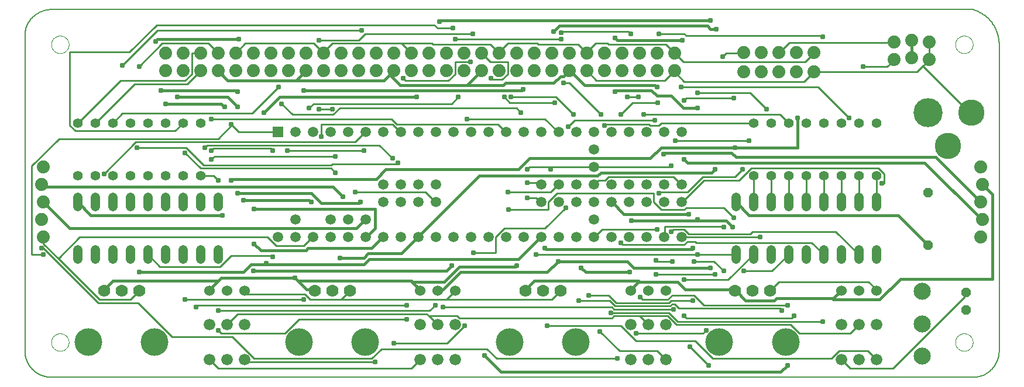
<source format=gtl>
G75*
%MOIN*%
%OFA0B0*%
%FSLAX25Y25*%
%IPPOS*%
%LPD*%
%AMOC8*
5,1,8,0,0,1.08239X$1,22.5*
%
%ADD10C,0.00000*%
%ADD11C,0.00600*%
%ADD12C,0.07400*%
%ADD13C,0.05200*%
%ADD14C,0.05600*%
%ADD15C,0.06600*%
%ADD16C,0.07000*%
%ADD17C,0.15748*%
%ADD18C,0.06000*%
%ADD19C,0.16598*%
%ADD20C,0.15024*%
%ADD21OC8,0.05200*%
%ADD22C,0.09744*%
%ADD23C,0.05937*%
%ADD24R,0.05937X0.05937*%
%ADD25C,0.01000*%
%ADD26C,0.03100*%
%ADD27C,0.01500*%
D10*
X0019000Y0021300D02*
X0019002Y0021441D01*
X0019008Y0021582D01*
X0019018Y0021722D01*
X0019032Y0021862D01*
X0019050Y0022002D01*
X0019071Y0022141D01*
X0019097Y0022280D01*
X0019126Y0022418D01*
X0019160Y0022554D01*
X0019197Y0022690D01*
X0019238Y0022825D01*
X0019283Y0022959D01*
X0019332Y0023091D01*
X0019384Y0023222D01*
X0019440Y0023351D01*
X0019500Y0023478D01*
X0019563Y0023604D01*
X0019629Y0023728D01*
X0019700Y0023851D01*
X0019773Y0023971D01*
X0019850Y0024089D01*
X0019930Y0024205D01*
X0020014Y0024318D01*
X0020100Y0024429D01*
X0020190Y0024538D01*
X0020283Y0024644D01*
X0020378Y0024747D01*
X0020477Y0024848D01*
X0020578Y0024946D01*
X0020682Y0025041D01*
X0020789Y0025133D01*
X0020898Y0025222D01*
X0021010Y0025307D01*
X0021124Y0025390D01*
X0021240Y0025470D01*
X0021359Y0025546D01*
X0021480Y0025618D01*
X0021602Y0025688D01*
X0021727Y0025753D01*
X0021853Y0025816D01*
X0021981Y0025874D01*
X0022111Y0025929D01*
X0022242Y0025981D01*
X0022375Y0026028D01*
X0022509Y0026072D01*
X0022644Y0026113D01*
X0022780Y0026149D01*
X0022917Y0026181D01*
X0023055Y0026210D01*
X0023193Y0026235D01*
X0023333Y0026255D01*
X0023473Y0026272D01*
X0023613Y0026285D01*
X0023754Y0026294D01*
X0023894Y0026299D01*
X0024035Y0026300D01*
X0024176Y0026297D01*
X0024317Y0026290D01*
X0024457Y0026279D01*
X0024597Y0026264D01*
X0024737Y0026245D01*
X0024876Y0026223D01*
X0025014Y0026196D01*
X0025152Y0026166D01*
X0025288Y0026131D01*
X0025424Y0026093D01*
X0025558Y0026051D01*
X0025692Y0026005D01*
X0025824Y0025956D01*
X0025954Y0025902D01*
X0026083Y0025845D01*
X0026210Y0025785D01*
X0026336Y0025721D01*
X0026459Y0025653D01*
X0026581Y0025582D01*
X0026701Y0025508D01*
X0026818Y0025430D01*
X0026933Y0025349D01*
X0027046Y0025265D01*
X0027157Y0025178D01*
X0027265Y0025087D01*
X0027370Y0024994D01*
X0027473Y0024897D01*
X0027573Y0024798D01*
X0027670Y0024696D01*
X0027764Y0024591D01*
X0027855Y0024484D01*
X0027943Y0024374D01*
X0028028Y0024262D01*
X0028110Y0024147D01*
X0028189Y0024030D01*
X0028264Y0023911D01*
X0028336Y0023790D01*
X0028404Y0023667D01*
X0028469Y0023542D01*
X0028531Y0023415D01*
X0028588Y0023286D01*
X0028643Y0023156D01*
X0028693Y0023025D01*
X0028740Y0022892D01*
X0028783Y0022758D01*
X0028822Y0022622D01*
X0028857Y0022486D01*
X0028889Y0022349D01*
X0028916Y0022211D01*
X0028940Y0022072D01*
X0028960Y0021932D01*
X0028976Y0021792D01*
X0028988Y0021652D01*
X0028996Y0021511D01*
X0029000Y0021370D01*
X0029000Y0021230D01*
X0028996Y0021089D01*
X0028988Y0020948D01*
X0028976Y0020808D01*
X0028960Y0020668D01*
X0028940Y0020528D01*
X0028916Y0020389D01*
X0028889Y0020251D01*
X0028857Y0020114D01*
X0028822Y0019978D01*
X0028783Y0019842D01*
X0028740Y0019708D01*
X0028693Y0019575D01*
X0028643Y0019444D01*
X0028588Y0019314D01*
X0028531Y0019185D01*
X0028469Y0019058D01*
X0028404Y0018933D01*
X0028336Y0018810D01*
X0028264Y0018689D01*
X0028189Y0018570D01*
X0028110Y0018453D01*
X0028028Y0018338D01*
X0027943Y0018226D01*
X0027855Y0018116D01*
X0027764Y0018009D01*
X0027670Y0017904D01*
X0027573Y0017802D01*
X0027473Y0017703D01*
X0027370Y0017606D01*
X0027265Y0017513D01*
X0027157Y0017422D01*
X0027046Y0017335D01*
X0026933Y0017251D01*
X0026818Y0017170D01*
X0026701Y0017092D01*
X0026581Y0017018D01*
X0026459Y0016947D01*
X0026336Y0016879D01*
X0026210Y0016815D01*
X0026083Y0016755D01*
X0025954Y0016698D01*
X0025824Y0016644D01*
X0025692Y0016595D01*
X0025558Y0016549D01*
X0025424Y0016507D01*
X0025288Y0016469D01*
X0025152Y0016434D01*
X0025014Y0016404D01*
X0024876Y0016377D01*
X0024737Y0016355D01*
X0024597Y0016336D01*
X0024457Y0016321D01*
X0024317Y0016310D01*
X0024176Y0016303D01*
X0024035Y0016300D01*
X0023894Y0016301D01*
X0023754Y0016306D01*
X0023613Y0016315D01*
X0023473Y0016328D01*
X0023333Y0016345D01*
X0023193Y0016365D01*
X0023055Y0016390D01*
X0022917Y0016419D01*
X0022780Y0016451D01*
X0022644Y0016487D01*
X0022509Y0016528D01*
X0022375Y0016572D01*
X0022242Y0016619D01*
X0022111Y0016671D01*
X0021981Y0016726D01*
X0021853Y0016784D01*
X0021727Y0016847D01*
X0021602Y0016912D01*
X0021480Y0016982D01*
X0021359Y0017054D01*
X0021240Y0017130D01*
X0021124Y0017210D01*
X0021010Y0017293D01*
X0020898Y0017378D01*
X0020789Y0017467D01*
X0020682Y0017559D01*
X0020578Y0017654D01*
X0020477Y0017752D01*
X0020378Y0017853D01*
X0020283Y0017956D01*
X0020190Y0018062D01*
X0020100Y0018171D01*
X0020014Y0018282D01*
X0019930Y0018395D01*
X0019850Y0018511D01*
X0019773Y0018629D01*
X0019700Y0018749D01*
X0019629Y0018872D01*
X0019563Y0018996D01*
X0019500Y0019122D01*
X0019440Y0019249D01*
X0019384Y0019378D01*
X0019332Y0019509D01*
X0019283Y0019641D01*
X0019238Y0019775D01*
X0019197Y0019910D01*
X0019160Y0020046D01*
X0019126Y0020182D01*
X0019097Y0020320D01*
X0019071Y0020459D01*
X0019050Y0020598D01*
X0019032Y0020738D01*
X0019018Y0020878D01*
X0019008Y0021018D01*
X0019002Y0021159D01*
X0019000Y0021300D01*
X0019000Y0191300D02*
X0019002Y0191441D01*
X0019008Y0191582D01*
X0019018Y0191722D01*
X0019032Y0191862D01*
X0019050Y0192002D01*
X0019071Y0192141D01*
X0019097Y0192280D01*
X0019126Y0192418D01*
X0019160Y0192554D01*
X0019197Y0192690D01*
X0019238Y0192825D01*
X0019283Y0192959D01*
X0019332Y0193091D01*
X0019384Y0193222D01*
X0019440Y0193351D01*
X0019500Y0193478D01*
X0019563Y0193604D01*
X0019629Y0193728D01*
X0019700Y0193851D01*
X0019773Y0193971D01*
X0019850Y0194089D01*
X0019930Y0194205D01*
X0020014Y0194318D01*
X0020100Y0194429D01*
X0020190Y0194538D01*
X0020283Y0194644D01*
X0020378Y0194747D01*
X0020477Y0194848D01*
X0020578Y0194946D01*
X0020682Y0195041D01*
X0020789Y0195133D01*
X0020898Y0195222D01*
X0021010Y0195307D01*
X0021124Y0195390D01*
X0021240Y0195470D01*
X0021359Y0195546D01*
X0021480Y0195618D01*
X0021602Y0195688D01*
X0021727Y0195753D01*
X0021853Y0195816D01*
X0021981Y0195874D01*
X0022111Y0195929D01*
X0022242Y0195981D01*
X0022375Y0196028D01*
X0022509Y0196072D01*
X0022644Y0196113D01*
X0022780Y0196149D01*
X0022917Y0196181D01*
X0023055Y0196210D01*
X0023193Y0196235D01*
X0023333Y0196255D01*
X0023473Y0196272D01*
X0023613Y0196285D01*
X0023754Y0196294D01*
X0023894Y0196299D01*
X0024035Y0196300D01*
X0024176Y0196297D01*
X0024317Y0196290D01*
X0024457Y0196279D01*
X0024597Y0196264D01*
X0024737Y0196245D01*
X0024876Y0196223D01*
X0025014Y0196196D01*
X0025152Y0196166D01*
X0025288Y0196131D01*
X0025424Y0196093D01*
X0025558Y0196051D01*
X0025692Y0196005D01*
X0025824Y0195956D01*
X0025954Y0195902D01*
X0026083Y0195845D01*
X0026210Y0195785D01*
X0026336Y0195721D01*
X0026459Y0195653D01*
X0026581Y0195582D01*
X0026701Y0195508D01*
X0026818Y0195430D01*
X0026933Y0195349D01*
X0027046Y0195265D01*
X0027157Y0195178D01*
X0027265Y0195087D01*
X0027370Y0194994D01*
X0027473Y0194897D01*
X0027573Y0194798D01*
X0027670Y0194696D01*
X0027764Y0194591D01*
X0027855Y0194484D01*
X0027943Y0194374D01*
X0028028Y0194262D01*
X0028110Y0194147D01*
X0028189Y0194030D01*
X0028264Y0193911D01*
X0028336Y0193790D01*
X0028404Y0193667D01*
X0028469Y0193542D01*
X0028531Y0193415D01*
X0028588Y0193286D01*
X0028643Y0193156D01*
X0028693Y0193025D01*
X0028740Y0192892D01*
X0028783Y0192758D01*
X0028822Y0192622D01*
X0028857Y0192486D01*
X0028889Y0192349D01*
X0028916Y0192211D01*
X0028940Y0192072D01*
X0028960Y0191932D01*
X0028976Y0191792D01*
X0028988Y0191652D01*
X0028996Y0191511D01*
X0029000Y0191370D01*
X0029000Y0191230D01*
X0028996Y0191089D01*
X0028988Y0190948D01*
X0028976Y0190808D01*
X0028960Y0190668D01*
X0028940Y0190528D01*
X0028916Y0190389D01*
X0028889Y0190251D01*
X0028857Y0190114D01*
X0028822Y0189978D01*
X0028783Y0189842D01*
X0028740Y0189708D01*
X0028693Y0189575D01*
X0028643Y0189444D01*
X0028588Y0189314D01*
X0028531Y0189185D01*
X0028469Y0189058D01*
X0028404Y0188933D01*
X0028336Y0188810D01*
X0028264Y0188689D01*
X0028189Y0188570D01*
X0028110Y0188453D01*
X0028028Y0188338D01*
X0027943Y0188226D01*
X0027855Y0188116D01*
X0027764Y0188009D01*
X0027670Y0187904D01*
X0027573Y0187802D01*
X0027473Y0187703D01*
X0027370Y0187606D01*
X0027265Y0187513D01*
X0027157Y0187422D01*
X0027046Y0187335D01*
X0026933Y0187251D01*
X0026818Y0187170D01*
X0026701Y0187092D01*
X0026581Y0187018D01*
X0026459Y0186947D01*
X0026336Y0186879D01*
X0026210Y0186815D01*
X0026083Y0186755D01*
X0025954Y0186698D01*
X0025824Y0186644D01*
X0025692Y0186595D01*
X0025558Y0186549D01*
X0025424Y0186507D01*
X0025288Y0186469D01*
X0025152Y0186434D01*
X0025014Y0186404D01*
X0024876Y0186377D01*
X0024737Y0186355D01*
X0024597Y0186336D01*
X0024457Y0186321D01*
X0024317Y0186310D01*
X0024176Y0186303D01*
X0024035Y0186300D01*
X0023894Y0186301D01*
X0023754Y0186306D01*
X0023613Y0186315D01*
X0023473Y0186328D01*
X0023333Y0186345D01*
X0023193Y0186365D01*
X0023055Y0186390D01*
X0022917Y0186419D01*
X0022780Y0186451D01*
X0022644Y0186487D01*
X0022509Y0186528D01*
X0022375Y0186572D01*
X0022242Y0186619D01*
X0022111Y0186671D01*
X0021981Y0186726D01*
X0021853Y0186784D01*
X0021727Y0186847D01*
X0021602Y0186912D01*
X0021480Y0186982D01*
X0021359Y0187054D01*
X0021240Y0187130D01*
X0021124Y0187210D01*
X0021010Y0187293D01*
X0020898Y0187378D01*
X0020789Y0187467D01*
X0020682Y0187559D01*
X0020578Y0187654D01*
X0020477Y0187752D01*
X0020378Y0187853D01*
X0020283Y0187956D01*
X0020190Y0188062D01*
X0020100Y0188171D01*
X0020014Y0188282D01*
X0019930Y0188395D01*
X0019850Y0188511D01*
X0019773Y0188629D01*
X0019700Y0188749D01*
X0019629Y0188872D01*
X0019563Y0188996D01*
X0019500Y0189122D01*
X0019440Y0189249D01*
X0019384Y0189378D01*
X0019332Y0189509D01*
X0019283Y0189641D01*
X0019238Y0189775D01*
X0019197Y0189910D01*
X0019160Y0190046D01*
X0019126Y0190182D01*
X0019097Y0190320D01*
X0019071Y0190459D01*
X0019050Y0190598D01*
X0019032Y0190738D01*
X0019018Y0190878D01*
X0019008Y0191018D01*
X0019002Y0191159D01*
X0019000Y0191300D01*
X0534000Y0191300D02*
X0534002Y0191441D01*
X0534008Y0191582D01*
X0534018Y0191722D01*
X0534032Y0191862D01*
X0534050Y0192002D01*
X0534071Y0192141D01*
X0534097Y0192280D01*
X0534126Y0192418D01*
X0534160Y0192554D01*
X0534197Y0192690D01*
X0534238Y0192825D01*
X0534283Y0192959D01*
X0534332Y0193091D01*
X0534384Y0193222D01*
X0534440Y0193351D01*
X0534500Y0193478D01*
X0534563Y0193604D01*
X0534629Y0193728D01*
X0534700Y0193851D01*
X0534773Y0193971D01*
X0534850Y0194089D01*
X0534930Y0194205D01*
X0535014Y0194318D01*
X0535100Y0194429D01*
X0535190Y0194538D01*
X0535283Y0194644D01*
X0535378Y0194747D01*
X0535477Y0194848D01*
X0535578Y0194946D01*
X0535682Y0195041D01*
X0535789Y0195133D01*
X0535898Y0195222D01*
X0536010Y0195307D01*
X0536124Y0195390D01*
X0536240Y0195470D01*
X0536359Y0195546D01*
X0536480Y0195618D01*
X0536602Y0195688D01*
X0536727Y0195753D01*
X0536853Y0195816D01*
X0536981Y0195874D01*
X0537111Y0195929D01*
X0537242Y0195981D01*
X0537375Y0196028D01*
X0537509Y0196072D01*
X0537644Y0196113D01*
X0537780Y0196149D01*
X0537917Y0196181D01*
X0538055Y0196210D01*
X0538193Y0196235D01*
X0538333Y0196255D01*
X0538473Y0196272D01*
X0538613Y0196285D01*
X0538754Y0196294D01*
X0538894Y0196299D01*
X0539035Y0196300D01*
X0539176Y0196297D01*
X0539317Y0196290D01*
X0539457Y0196279D01*
X0539597Y0196264D01*
X0539737Y0196245D01*
X0539876Y0196223D01*
X0540014Y0196196D01*
X0540152Y0196166D01*
X0540288Y0196131D01*
X0540424Y0196093D01*
X0540558Y0196051D01*
X0540692Y0196005D01*
X0540824Y0195956D01*
X0540954Y0195902D01*
X0541083Y0195845D01*
X0541210Y0195785D01*
X0541336Y0195721D01*
X0541459Y0195653D01*
X0541581Y0195582D01*
X0541701Y0195508D01*
X0541818Y0195430D01*
X0541933Y0195349D01*
X0542046Y0195265D01*
X0542157Y0195178D01*
X0542265Y0195087D01*
X0542370Y0194994D01*
X0542473Y0194897D01*
X0542573Y0194798D01*
X0542670Y0194696D01*
X0542764Y0194591D01*
X0542855Y0194484D01*
X0542943Y0194374D01*
X0543028Y0194262D01*
X0543110Y0194147D01*
X0543189Y0194030D01*
X0543264Y0193911D01*
X0543336Y0193790D01*
X0543404Y0193667D01*
X0543469Y0193542D01*
X0543531Y0193415D01*
X0543588Y0193286D01*
X0543643Y0193156D01*
X0543693Y0193025D01*
X0543740Y0192892D01*
X0543783Y0192758D01*
X0543822Y0192622D01*
X0543857Y0192486D01*
X0543889Y0192349D01*
X0543916Y0192211D01*
X0543940Y0192072D01*
X0543960Y0191932D01*
X0543976Y0191792D01*
X0543988Y0191652D01*
X0543996Y0191511D01*
X0544000Y0191370D01*
X0544000Y0191230D01*
X0543996Y0191089D01*
X0543988Y0190948D01*
X0543976Y0190808D01*
X0543960Y0190668D01*
X0543940Y0190528D01*
X0543916Y0190389D01*
X0543889Y0190251D01*
X0543857Y0190114D01*
X0543822Y0189978D01*
X0543783Y0189842D01*
X0543740Y0189708D01*
X0543693Y0189575D01*
X0543643Y0189444D01*
X0543588Y0189314D01*
X0543531Y0189185D01*
X0543469Y0189058D01*
X0543404Y0188933D01*
X0543336Y0188810D01*
X0543264Y0188689D01*
X0543189Y0188570D01*
X0543110Y0188453D01*
X0543028Y0188338D01*
X0542943Y0188226D01*
X0542855Y0188116D01*
X0542764Y0188009D01*
X0542670Y0187904D01*
X0542573Y0187802D01*
X0542473Y0187703D01*
X0542370Y0187606D01*
X0542265Y0187513D01*
X0542157Y0187422D01*
X0542046Y0187335D01*
X0541933Y0187251D01*
X0541818Y0187170D01*
X0541701Y0187092D01*
X0541581Y0187018D01*
X0541459Y0186947D01*
X0541336Y0186879D01*
X0541210Y0186815D01*
X0541083Y0186755D01*
X0540954Y0186698D01*
X0540824Y0186644D01*
X0540692Y0186595D01*
X0540558Y0186549D01*
X0540424Y0186507D01*
X0540288Y0186469D01*
X0540152Y0186434D01*
X0540014Y0186404D01*
X0539876Y0186377D01*
X0539737Y0186355D01*
X0539597Y0186336D01*
X0539457Y0186321D01*
X0539317Y0186310D01*
X0539176Y0186303D01*
X0539035Y0186300D01*
X0538894Y0186301D01*
X0538754Y0186306D01*
X0538613Y0186315D01*
X0538473Y0186328D01*
X0538333Y0186345D01*
X0538193Y0186365D01*
X0538055Y0186390D01*
X0537917Y0186419D01*
X0537780Y0186451D01*
X0537644Y0186487D01*
X0537509Y0186528D01*
X0537375Y0186572D01*
X0537242Y0186619D01*
X0537111Y0186671D01*
X0536981Y0186726D01*
X0536853Y0186784D01*
X0536727Y0186847D01*
X0536602Y0186912D01*
X0536480Y0186982D01*
X0536359Y0187054D01*
X0536240Y0187130D01*
X0536124Y0187210D01*
X0536010Y0187293D01*
X0535898Y0187378D01*
X0535789Y0187467D01*
X0535682Y0187559D01*
X0535578Y0187654D01*
X0535477Y0187752D01*
X0535378Y0187853D01*
X0535283Y0187956D01*
X0535190Y0188062D01*
X0535100Y0188171D01*
X0535014Y0188282D01*
X0534930Y0188395D01*
X0534850Y0188511D01*
X0534773Y0188629D01*
X0534700Y0188749D01*
X0534629Y0188872D01*
X0534563Y0188996D01*
X0534500Y0189122D01*
X0534440Y0189249D01*
X0534384Y0189378D01*
X0534332Y0189509D01*
X0534283Y0189641D01*
X0534238Y0189775D01*
X0534197Y0189910D01*
X0534160Y0190046D01*
X0534126Y0190182D01*
X0534097Y0190320D01*
X0534071Y0190459D01*
X0534050Y0190598D01*
X0534032Y0190738D01*
X0534018Y0190878D01*
X0534008Y0191018D01*
X0534002Y0191159D01*
X0534000Y0191300D01*
X0534000Y0021300D02*
X0534002Y0021441D01*
X0534008Y0021582D01*
X0534018Y0021722D01*
X0534032Y0021862D01*
X0534050Y0022002D01*
X0534071Y0022141D01*
X0534097Y0022280D01*
X0534126Y0022418D01*
X0534160Y0022554D01*
X0534197Y0022690D01*
X0534238Y0022825D01*
X0534283Y0022959D01*
X0534332Y0023091D01*
X0534384Y0023222D01*
X0534440Y0023351D01*
X0534500Y0023478D01*
X0534563Y0023604D01*
X0534629Y0023728D01*
X0534700Y0023851D01*
X0534773Y0023971D01*
X0534850Y0024089D01*
X0534930Y0024205D01*
X0535014Y0024318D01*
X0535100Y0024429D01*
X0535190Y0024538D01*
X0535283Y0024644D01*
X0535378Y0024747D01*
X0535477Y0024848D01*
X0535578Y0024946D01*
X0535682Y0025041D01*
X0535789Y0025133D01*
X0535898Y0025222D01*
X0536010Y0025307D01*
X0536124Y0025390D01*
X0536240Y0025470D01*
X0536359Y0025546D01*
X0536480Y0025618D01*
X0536602Y0025688D01*
X0536727Y0025753D01*
X0536853Y0025816D01*
X0536981Y0025874D01*
X0537111Y0025929D01*
X0537242Y0025981D01*
X0537375Y0026028D01*
X0537509Y0026072D01*
X0537644Y0026113D01*
X0537780Y0026149D01*
X0537917Y0026181D01*
X0538055Y0026210D01*
X0538193Y0026235D01*
X0538333Y0026255D01*
X0538473Y0026272D01*
X0538613Y0026285D01*
X0538754Y0026294D01*
X0538894Y0026299D01*
X0539035Y0026300D01*
X0539176Y0026297D01*
X0539317Y0026290D01*
X0539457Y0026279D01*
X0539597Y0026264D01*
X0539737Y0026245D01*
X0539876Y0026223D01*
X0540014Y0026196D01*
X0540152Y0026166D01*
X0540288Y0026131D01*
X0540424Y0026093D01*
X0540558Y0026051D01*
X0540692Y0026005D01*
X0540824Y0025956D01*
X0540954Y0025902D01*
X0541083Y0025845D01*
X0541210Y0025785D01*
X0541336Y0025721D01*
X0541459Y0025653D01*
X0541581Y0025582D01*
X0541701Y0025508D01*
X0541818Y0025430D01*
X0541933Y0025349D01*
X0542046Y0025265D01*
X0542157Y0025178D01*
X0542265Y0025087D01*
X0542370Y0024994D01*
X0542473Y0024897D01*
X0542573Y0024798D01*
X0542670Y0024696D01*
X0542764Y0024591D01*
X0542855Y0024484D01*
X0542943Y0024374D01*
X0543028Y0024262D01*
X0543110Y0024147D01*
X0543189Y0024030D01*
X0543264Y0023911D01*
X0543336Y0023790D01*
X0543404Y0023667D01*
X0543469Y0023542D01*
X0543531Y0023415D01*
X0543588Y0023286D01*
X0543643Y0023156D01*
X0543693Y0023025D01*
X0543740Y0022892D01*
X0543783Y0022758D01*
X0543822Y0022622D01*
X0543857Y0022486D01*
X0543889Y0022349D01*
X0543916Y0022211D01*
X0543940Y0022072D01*
X0543960Y0021932D01*
X0543976Y0021792D01*
X0543988Y0021652D01*
X0543996Y0021511D01*
X0544000Y0021370D01*
X0544000Y0021230D01*
X0543996Y0021089D01*
X0543988Y0020948D01*
X0543976Y0020808D01*
X0543960Y0020668D01*
X0543940Y0020528D01*
X0543916Y0020389D01*
X0543889Y0020251D01*
X0543857Y0020114D01*
X0543822Y0019978D01*
X0543783Y0019842D01*
X0543740Y0019708D01*
X0543693Y0019575D01*
X0543643Y0019444D01*
X0543588Y0019314D01*
X0543531Y0019185D01*
X0543469Y0019058D01*
X0543404Y0018933D01*
X0543336Y0018810D01*
X0543264Y0018689D01*
X0543189Y0018570D01*
X0543110Y0018453D01*
X0543028Y0018338D01*
X0542943Y0018226D01*
X0542855Y0018116D01*
X0542764Y0018009D01*
X0542670Y0017904D01*
X0542573Y0017802D01*
X0542473Y0017703D01*
X0542370Y0017606D01*
X0542265Y0017513D01*
X0542157Y0017422D01*
X0542046Y0017335D01*
X0541933Y0017251D01*
X0541818Y0017170D01*
X0541701Y0017092D01*
X0541581Y0017018D01*
X0541459Y0016947D01*
X0541336Y0016879D01*
X0541210Y0016815D01*
X0541083Y0016755D01*
X0540954Y0016698D01*
X0540824Y0016644D01*
X0540692Y0016595D01*
X0540558Y0016549D01*
X0540424Y0016507D01*
X0540288Y0016469D01*
X0540152Y0016434D01*
X0540014Y0016404D01*
X0539876Y0016377D01*
X0539737Y0016355D01*
X0539597Y0016336D01*
X0539457Y0016321D01*
X0539317Y0016310D01*
X0539176Y0016303D01*
X0539035Y0016300D01*
X0538894Y0016301D01*
X0538754Y0016306D01*
X0538613Y0016315D01*
X0538473Y0016328D01*
X0538333Y0016345D01*
X0538193Y0016365D01*
X0538055Y0016390D01*
X0537917Y0016419D01*
X0537780Y0016451D01*
X0537644Y0016487D01*
X0537509Y0016528D01*
X0537375Y0016572D01*
X0537242Y0016619D01*
X0537111Y0016671D01*
X0536981Y0016726D01*
X0536853Y0016784D01*
X0536727Y0016847D01*
X0536602Y0016912D01*
X0536480Y0016982D01*
X0536359Y0017054D01*
X0536240Y0017130D01*
X0536124Y0017210D01*
X0536010Y0017293D01*
X0535898Y0017378D01*
X0535789Y0017467D01*
X0535682Y0017559D01*
X0535578Y0017654D01*
X0535477Y0017752D01*
X0535378Y0017853D01*
X0535283Y0017956D01*
X0535190Y0018062D01*
X0535100Y0018171D01*
X0535014Y0018282D01*
X0534930Y0018395D01*
X0534850Y0018511D01*
X0534773Y0018629D01*
X0534700Y0018749D01*
X0534629Y0018872D01*
X0534563Y0018996D01*
X0534500Y0019122D01*
X0534440Y0019249D01*
X0534384Y0019378D01*
X0534332Y0019509D01*
X0534283Y0019641D01*
X0534238Y0019775D01*
X0534197Y0019910D01*
X0534160Y0020046D01*
X0534126Y0020182D01*
X0534097Y0020320D01*
X0534071Y0020459D01*
X0534050Y0020598D01*
X0534032Y0020738D01*
X0534018Y0020878D01*
X0534008Y0021018D01*
X0534002Y0021159D01*
X0534000Y0021300D01*
D11*
X0544000Y0001300D02*
X0019000Y0001300D01*
X0018638Y0001304D01*
X0018275Y0001318D01*
X0017913Y0001339D01*
X0017552Y0001370D01*
X0017192Y0001409D01*
X0016833Y0001457D01*
X0016475Y0001514D01*
X0016118Y0001579D01*
X0015763Y0001653D01*
X0015410Y0001736D01*
X0015059Y0001827D01*
X0014711Y0001926D01*
X0014365Y0002034D01*
X0014021Y0002150D01*
X0013681Y0002275D01*
X0013344Y0002407D01*
X0013010Y0002548D01*
X0012679Y0002697D01*
X0012352Y0002854D01*
X0012029Y0003018D01*
X0011710Y0003190D01*
X0011396Y0003370D01*
X0011085Y0003558D01*
X0010780Y0003753D01*
X0010479Y0003955D01*
X0010183Y0004165D01*
X0009893Y0004381D01*
X0009607Y0004605D01*
X0009327Y0004835D01*
X0009053Y0005072D01*
X0008785Y0005316D01*
X0008522Y0005566D01*
X0008266Y0005822D01*
X0008016Y0006085D01*
X0007772Y0006353D01*
X0007535Y0006627D01*
X0007305Y0006907D01*
X0007081Y0007193D01*
X0006865Y0007483D01*
X0006655Y0007779D01*
X0006453Y0008080D01*
X0006258Y0008385D01*
X0006070Y0008696D01*
X0005890Y0009010D01*
X0005718Y0009329D01*
X0005554Y0009652D01*
X0005397Y0009979D01*
X0005248Y0010310D01*
X0005107Y0010644D01*
X0004975Y0010981D01*
X0004850Y0011321D01*
X0004734Y0011665D01*
X0004626Y0012011D01*
X0004527Y0012359D01*
X0004436Y0012710D01*
X0004353Y0013063D01*
X0004279Y0013418D01*
X0004214Y0013775D01*
X0004157Y0014133D01*
X0004109Y0014492D01*
X0004070Y0014852D01*
X0004039Y0015213D01*
X0004018Y0015575D01*
X0004004Y0015938D01*
X0004000Y0016300D01*
X0004000Y0196300D01*
X0004004Y0196662D01*
X0004018Y0197025D01*
X0004039Y0197387D01*
X0004070Y0197748D01*
X0004109Y0198108D01*
X0004157Y0198467D01*
X0004214Y0198825D01*
X0004279Y0199182D01*
X0004353Y0199537D01*
X0004436Y0199890D01*
X0004527Y0200241D01*
X0004626Y0200589D01*
X0004734Y0200935D01*
X0004850Y0201279D01*
X0004975Y0201619D01*
X0005107Y0201956D01*
X0005248Y0202290D01*
X0005397Y0202621D01*
X0005554Y0202948D01*
X0005718Y0203271D01*
X0005890Y0203590D01*
X0006070Y0203904D01*
X0006258Y0204215D01*
X0006453Y0204520D01*
X0006655Y0204821D01*
X0006865Y0205117D01*
X0007081Y0205407D01*
X0007305Y0205693D01*
X0007535Y0205973D01*
X0007772Y0206247D01*
X0008016Y0206515D01*
X0008266Y0206778D01*
X0008522Y0207034D01*
X0008785Y0207284D01*
X0009053Y0207528D01*
X0009327Y0207765D01*
X0009607Y0207995D01*
X0009893Y0208219D01*
X0010183Y0208435D01*
X0010479Y0208645D01*
X0010780Y0208847D01*
X0011085Y0209042D01*
X0011396Y0209230D01*
X0011710Y0209410D01*
X0012029Y0209582D01*
X0012352Y0209746D01*
X0012679Y0209903D01*
X0013010Y0210052D01*
X0013344Y0210193D01*
X0013681Y0210325D01*
X0014021Y0210450D01*
X0014365Y0210566D01*
X0014711Y0210674D01*
X0015059Y0210773D01*
X0015410Y0210864D01*
X0015763Y0210947D01*
X0016118Y0211021D01*
X0016475Y0211086D01*
X0016833Y0211143D01*
X0017192Y0211191D01*
X0017552Y0211230D01*
X0017913Y0211261D01*
X0018275Y0211282D01*
X0018638Y0211296D01*
X0019000Y0211300D01*
X0544000Y0211300D01*
X0544484Y0211152D01*
X0544964Y0210993D01*
X0545440Y0210822D01*
X0545912Y0210640D01*
X0546380Y0210446D01*
X0546842Y0210241D01*
X0547299Y0210025D01*
X0547751Y0209797D01*
X0548198Y0209559D01*
X0548638Y0209310D01*
X0549072Y0209051D01*
X0549500Y0208781D01*
X0549921Y0208500D01*
X0550335Y0208210D01*
X0550742Y0207909D01*
X0551142Y0207599D01*
X0551534Y0207279D01*
X0551918Y0206950D01*
X0552294Y0206612D01*
X0552661Y0206264D01*
X0553021Y0205908D01*
X0553371Y0205543D01*
X0553712Y0205169D01*
X0554044Y0204788D01*
X0554367Y0204398D01*
X0554680Y0204001D01*
X0554984Y0203597D01*
X0555278Y0203185D01*
X0555561Y0202766D01*
X0555834Y0202340D01*
X0556097Y0201908D01*
X0556349Y0201469D01*
X0556591Y0201025D01*
X0556822Y0200574D01*
X0557041Y0200119D01*
X0557250Y0199658D01*
X0557447Y0199192D01*
X0557633Y0198722D01*
X0557808Y0198247D01*
X0557971Y0197768D01*
X0558122Y0197285D01*
X0558261Y0196799D01*
X0558389Y0196309D01*
X0558504Y0195817D01*
X0558608Y0195322D01*
X0558700Y0194824D01*
X0558779Y0194325D01*
X0558847Y0193823D01*
X0558902Y0193320D01*
X0558945Y0192816D01*
X0558975Y0192311D01*
X0558994Y0191806D01*
X0559000Y0191300D01*
X0559000Y0016300D01*
X0558996Y0015938D01*
X0558982Y0015575D01*
X0558961Y0015213D01*
X0558930Y0014852D01*
X0558891Y0014492D01*
X0558843Y0014133D01*
X0558786Y0013775D01*
X0558721Y0013418D01*
X0558647Y0013063D01*
X0558564Y0012710D01*
X0558473Y0012359D01*
X0558374Y0012011D01*
X0558266Y0011665D01*
X0558150Y0011321D01*
X0558025Y0010981D01*
X0557893Y0010644D01*
X0557752Y0010310D01*
X0557603Y0009979D01*
X0557446Y0009652D01*
X0557282Y0009329D01*
X0557110Y0009010D01*
X0556930Y0008696D01*
X0556742Y0008385D01*
X0556547Y0008080D01*
X0556345Y0007779D01*
X0556135Y0007483D01*
X0555919Y0007193D01*
X0555695Y0006907D01*
X0555465Y0006627D01*
X0555228Y0006353D01*
X0554984Y0006085D01*
X0554734Y0005822D01*
X0554478Y0005566D01*
X0554215Y0005316D01*
X0553947Y0005072D01*
X0553673Y0004835D01*
X0553393Y0004605D01*
X0553107Y0004381D01*
X0552817Y0004165D01*
X0552521Y0003955D01*
X0552220Y0003753D01*
X0551915Y0003558D01*
X0551604Y0003370D01*
X0551290Y0003190D01*
X0550971Y0003018D01*
X0550648Y0002854D01*
X0550321Y0002697D01*
X0549990Y0002548D01*
X0549656Y0002407D01*
X0549319Y0002275D01*
X0548979Y0002150D01*
X0548635Y0002034D01*
X0548289Y0001926D01*
X0547941Y0001827D01*
X0547590Y0001736D01*
X0547237Y0001653D01*
X0546882Y0001579D01*
X0546525Y0001514D01*
X0546167Y0001457D01*
X0545808Y0001409D01*
X0545448Y0001370D01*
X0545087Y0001339D01*
X0544725Y0001318D01*
X0544362Y0001304D01*
X0544000Y0001300D01*
D12*
X0548500Y0081300D03*
X0549500Y0091300D03*
X0548500Y0101300D03*
X0549500Y0111300D03*
X0548500Y0121300D03*
X0453500Y0175800D03*
X0443500Y0175800D03*
X0433500Y0175800D03*
X0423500Y0175800D03*
X0413500Y0175800D03*
X0413500Y0186800D03*
X0423500Y0186800D03*
X0433500Y0186800D03*
X0443500Y0186800D03*
X0453500Y0186800D03*
X0499000Y0182800D03*
X0509000Y0183800D03*
X0519000Y0182800D03*
X0519000Y0192800D03*
X0509000Y0193800D03*
X0499000Y0192800D03*
X0374000Y0186300D03*
X0364000Y0186300D03*
X0354000Y0186300D03*
X0344000Y0186300D03*
X0334000Y0186300D03*
X0324000Y0186300D03*
X0314000Y0186300D03*
X0304000Y0186300D03*
X0294000Y0186300D03*
X0284000Y0186300D03*
X0274000Y0186300D03*
X0264000Y0186300D03*
X0254000Y0186300D03*
X0244000Y0186300D03*
X0234000Y0186300D03*
X0224000Y0186300D03*
X0214000Y0186300D03*
X0204000Y0186300D03*
X0194000Y0186300D03*
X0184000Y0186300D03*
X0174000Y0186300D03*
X0164000Y0186300D03*
X0154000Y0186300D03*
X0144000Y0186300D03*
X0134000Y0186300D03*
X0124000Y0186300D03*
X0114000Y0186300D03*
X0104000Y0186300D03*
X0094000Y0186300D03*
X0084000Y0186300D03*
X0084000Y0176300D03*
X0094000Y0176300D03*
X0104000Y0176300D03*
X0114000Y0176300D03*
X0124000Y0176300D03*
X0134000Y0176300D03*
X0144000Y0176300D03*
X0154000Y0176300D03*
X0164000Y0176300D03*
X0174000Y0176300D03*
X0184000Y0176300D03*
X0194000Y0176300D03*
X0204000Y0176300D03*
X0214000Y0176300D03*
X0224000Y0176300D03*
X0234000Y0176300D03*
X0244000Y0176300D03*
X0254000Y0176300D03*
X0264000Y0176300D03*
X0274000Y0176300D03*
X0284000Y0176300D03*
X0294000Y0176300D03*
X0304000Y0176300D03*
X0314000Y0176300D03*
X0324000Y0176300D03*
X0334000Y0176300D03*
X0344000Y0176300D03*
X0354000Y0176300D03*
X0364000Y0176300D03*
X0374000Y0176300D03*
X0014500Y0121300D03*
X0013500Y0111300D03*
X0014500Y0101300D03*
X0013500Y0091300D03*
X0014500Y0081300D03*
D13*
X0034000Y0073900D02*
X0034000Y0068700D01*
X0044000Y0068700D02*
X0044000Y0073900D01*
X0054000Y0073900D02*
X0054000Y0068700D01*
X0064000Y0068700D02*
X0064000Y0073900D01*
X0074000Y0073900D02*
X0074000Y0068700D01*
X0084000Y0068700D02*
X0084000Y0073900D01*
X0094000Y0073900D02*
X0094000Y0068700D01*
X0104000Y0068700D02*
X0104000Y0073900D01*
X0114000Y0073900D02*
X0114000Y0068700D01*
X0114000Y0098700D02*
X0114000Y0103900D01*
X0104000Y0103900D02*
X0104000Y0098700D01*
X0094000Y0098700D02*
X0094000Y0103900D01*
X0084000Y0103900D02*
X0084000Y0098700D01*
X0074000Y0098700D02*
X0074000Y0103900D01*
X0064000Y0103900D02*
X0064000Y0098700D01*
X0054000Y0098700D02*
X0054000Y0103900D01*
X0044000Y0103900D02*
X0044000Y0098700D01*
X0034000Y0098700D02*
X0034000Y0103900D01*
X0409000Y0103900D02*
X0409000Y0098700D01*
X0419000Y0098700D02*
X0419000Y0103900D01*
X0429000Y0103900D02*
X0429000Y0098700D01*
X0439000Y0098700D02*
X0439000Y0103900D01*
X0449000Y0103900D02*
X0449000Y0098700D01*
X0459000Y0098700D02*
X0459000Y0103900D01*
X0469000Y0103900D02*
X0469000Y0098700D01*
X0479000Y0098700D02*
X0479000Y0103900D01*
X0489000Y0103900D02*
X0489000Y0098700D01*
X0489000Y0073900D02*
X0489000Y0068700D01*
X0479000Y0068700D02*
X0479000Y0073900D01*
X0469000Y0073900D02*
X0469000Y0068700D01*
X0459000Y0068700D02*
X0459000Y0073900D01*
X0449000Y0073900D02*
X0449000Y0068700D01*
X0439000Y0068700D02*
X0439000Y0073900D01*
X0429000Y0073900D02*
X0429000Y0068700D01*
X0419000Y0068700D02*
X0419000Y0073900D01*
X0409000Y0073900D02*
X0409000Y0068700D01*
D14*
X0419000Y0116300D03*
X0429000Y0116300D03*
X0439000Y0116300D03*
X0449000Y0116300D03*
X0459000Y0116300D03*
X0469000Y0116300D03*
X0479000Y0116300D03*
X0489000Y0116300D03*
X0489000Y0146300D03*
X0479000Y0146300D03*
X0469000Y0146300D03*
X0459000Y0146300D03*
X0449000Y0146300D03*
X0439000Y0146300D03*
X0429000Y0146300D03*
X0419000Y0146300D03*
X0104000Y0146300D03*
X0094000Y0146300D03*
X0084000Y0146300D03*
X0074000Y0146300D03*
X0064000Y0146300D03*
X0054000Y0146300D03*
X0044000Y0146300D03*
X0034000Y0146300D03*
X0034000Y0116300D03*
X0044000Y0116300D03*
X0054000Y0116300D03*
X0064000Y0116300D03*
X0074000Y0116300D03*
X0084000Y0116300D03*
X0094000Y0116300D03*
X0104000Y0116300D03*
D15*
X0109000Y0031300D03*
X0119000Y0031300D03*
X0129000Y0031300D03*
X0129000Y0011300D03*
X0119000Y0011300D03*
X0109000Y0011300D03*
X0229000Y0011300D03*
X0239000Y0011300D03*
X0249000Y0011300D03*
X0249000Y0031300D03*
X0239000Y0031300D03*
X0229000Y0031300D03*
X0349000Y0031300D03*
X0359000Y0031300D03*
X0369000Y0031300D03*
X0369000Y0011300D03*
X0359000Y0011300D03*
X0349000Y0011300D03*
X0469000Y0011300D03*
X0479000Y0011300D03*
X0489000Y0011300D03*
X0489000Y0031300D03*
X0479000Y0031300D03*
X0469000Y0031300D03*
D16*
X0428500Y0050828D03*
X0418500Y0050828D03*
X0408500Y0050828D03*
X0309000Y0050828D03*
X0299000Y0050828D03*
X0289000Y0050828D03*
X0189000Y0050828D03*
X0179000Y0050828D03*
X0169000Y0050828D03*
X0069000Y0050828D03*
X0059000Y0050828D03*
X0049000Y0050828D03*
D17*
X0040102Y0021300D03*
X0077898Y0021300D03*
X0160102Y0021300D03*
X0197898Y0021300D03*
X0280102Y0021300D03*
X0317898Y0021300D03*
X0399602Y0021300D03*
X0437398Y0021300D03*
D18*
X0469000Y0050800D03*
X0479000Y0050800D03*
X0489000Y0050800D03*
X0369000Y0050800D03*
X0359000Y0050800D03*
X0349000Y0050800D03*
X0249000Y0050800D03*
X0239000Y0050800D03*
X0229000Y0050800D03*
X0129000Y0050800D03*
X0119000Y0050800D03*
X0109000Y0050800D03*
D19*
X0518457Y0152300D03*
D20*
X0543063Y0152300D03*
X0529677Y0133402D03*
D21*
X0518500Y0106800D03*
X0518500Y0076800D03*
X0540000Y0049800D03*
X0540000Y0039800D03*
D22*
X0515000Y0031800D03*
X0515000Y0013296D03*
X0515000Y0050304D03*
D23*
X0378000Y0081300D03*
X0368000Y0081300D03*
X0358000Y0081300D03*
X0348000Y0081300D03*
X0338000Y0081300D03*
X0328000Y0081300D03*
X0318000Y0081300D03*
X0308000Y0081300D03*
X0298000Y0081300D03*
X0288000Y0081300D03*
X0278000Y0081300D03*
X0268000Y0081300D03*
X0258000Y0081300D03*
X0248000Y0081300D03*
X0238000Y0081300D03*
X0228000Y0081300D03*
X0218000Y0081300D03*
X0208000Y0081300D03*
X0198000Y0081300D03*
X0188000Y0081300D03*
X0178000Y0081300D03*
X0168000Y0081300D03*
X0158000Y0081300D03*
X0148000Y0081300D03*
X0158000Y0091300D03*
X0178000Y0091300D03*
X0188000Y0091300D03*
X0198000Y0091300D03*
X0208000Y0101300D03*
X0218000Y0101300D03*
X0228000Y0101300D03*
X0238000Y0101300D03*
X0238000Y0111300D03*
X0228000Y0111300D03*
X0218000Y0111300D03*
X0208000Y0111300D03*
X0208000Y0141300D03*
X0218000Y0141300D03*
X0228000Y0141300D03*
X0238000Y0141300D03*
X0248000Y0141300D03*
X0258000Y0141300D03*
X0268000Y0141300D03*
X0278000Y0141300D03*
X0288000Y0141300D03*
X0298000Y0141300D03*
X0308000Y0141300D03*
X0318000Y0141300D03*
X0328000Y0141300D03*
X0338000Y0141300D03*
X0348000Y0141300D03*
X0358000Y0141300D03*
X0368000Y0141300D03*
X0378000Y0141300D03*
X0328000Y0131300D03*
X0328000Y0121300D03*
X0328000Y0111300D03*
X0318000Y0111300D03*
X0308000Y0111300D03*
X0298000Y0111300D03*
X0298000Y0101300D03*
X0308000Y0101300D03*
X0318000Y0101300D03*
X0328000Y0101300D03*
X0338000Y0101300D03*
X0348000Y0101300D03*
X0358000Y0101300D03*
X0368000Y0101300D03*
X0378000Y0101300D03*
X0378000Y0111300D03*
X0368000Y0111300D03*
X0358000Y0111300D03*
X0348000Y0111300D03*
X0338000Y0111300D03*
X0328000Y0091300D03*
X0198000Y0141300D03*
X0188000Y0141300D03*
X0178000Y0141300D03*
X0168000Y0141300D03*
X0158000Y0141300D03*
D24*
X0148000Y0141300D03*
D25*
X0125875Y0141300D01*
X0121500Y0145675D01*
X0121500Y0145050D01*
X0114000Y0137550D01*
X0023375Y0137550D01*
X0007750Y0121925D01*
X0007750Y0071300D01*
X0014625Y0071300D01*
X0014625Y0077550D02*
X0023062Y0069113D01*
X0035250Y0081300D01*
X0142125Y0081300D01*
X0147125Y0076300D01*
X0162750Y0076300D01*
X0167750Y0081300D01*
X0168000Y0081300D01*
X0145250Y0070050D02*
X0144625Y0070675D01*
X0121500Y0070675D01*
X0115250Y0064425D01*
X0080875Y0064425D01*
X0074000Y0071300D01*
X0046500Y0045675D02*
X0023062Y0069113D01*
X0014625Y0075050D02*
X0013375Y0075050D01*
X0014625Y0075050D02*
X0045875Y0043800D01*
X0068375Y0043800D01*
X0087750Y0024425D01*
X0122125Y0024425D01*
X0134625Y0011925D01*
X0201500Y0011925D01*
X0207125Y0017550D01*
X0267125Y0017550D01*
X0272750Y0011925D01*
X0341500Y0011925D01*
X0342750Y0016300D02*
X0364000Y0016300D01*
X0369000Y0011300D01*
X0382750Y0018800D02*
X0393375Y0008175D01*
X0395875Y0011925D02*
X0463375Y0011925D01*
X0467750Y0016300D01*
X0484000Y0016300D01*
X0489000Y0011300D01*
X0498375Y0006300D02*
X0474000Y0006300D01*
X0469000Y0011300D01*
X0498375Y0006300D02*
X0539625Y0047550D01*
X0539625Y0049425D01*
X0540000Y0049800D01*
X0489000Y0050800D02*
X0489000Y0051300D01*
X0484625Y0055675D01*
X0433375Y0055675D01*
X0429000Y0051300D01*
X0428500Y0050828D01*
X0438375Y0042550D02*
X0390875Y0042550D01*
X0385250Y0048175D01*
X0372750Y0048175D01*
X0370250Y0045675D01*
X0355875Y0045675D01*
X0354625Y0046925D01*
X0340875Y0043800D02*
X0336500Y0048175D01*
X0325250Y0048175D01*
X0319625Y0045050D02*
X0337125Y0045050D01*
X0340250Y0041925D01*
X0371500Y0041925D01*
X0372750Y0043175D01*
X0374000Y0043175D01*
X0376500Y0040675D01*
X0434000Y0040675D01*
X0435250Y0039425D01*
X0440875Y0035050D02*
X0442125Y0036300D01*
X0440875Y0035050D02*
X0380875Y0035050D01*
X0379625Y0036300D01*
X0375875Y0033175D02*
X0370875Y0038175D01*
X0337750Y0038175D01*
X0339625Y0036300D02*
X0338375Y0035050D01*
X0251500Y0035050D01*
X0250250Y0036300D01*
X0234625Y0036300D01*
X0234312Y0035988D01*
X0232750Y0037550D01*
X0125250Y0037550D01*
X0119000Y0031300D01*
X0115875Y0026300D02*
X0114000Y0028175D01*
X0115875Y0026300D02*
X0152125Y0026300D01*
X0160250Y0034425D01*
X0221500Y0034425D01*
X0234312Y0035988D02*
X0239000Y0031300D01*
X0244625Y0020675D02*
X0254625Y0030675D01*
X0237750Y0042550D02*
X0234625Y0039425D01*
X0114000Y0039425D01*
X0102750Y0042550D02*
X0221500Y0042550D01*
X0242125Y0041300D02*
X0338375Y0041300D01*
X0339625Y0040050D01*
X0373375Y0040050D01*
X0370250Y0036300D02*
X0354625Y0036300D01*
X0354312Y0035988D01*
X0359000Y0031300D01*
X0354312Y0035988D02*
X0354000Y0036300D01*
X0339625Y0036300D01*
X0343375Y0030675D02*
X0352125Y0021925D01*
X0385875Y0021925D01*
X0395875Y0011925D01*
X0390250Y0026300D02*
X0352125Y0026300D01*
X0343375Y0030675D02*
X0301500Y0030675D01*
X0331500Y0027550D02*
X0342750Y0016300D01*
X0370250Y0036300D02*
X0375250Y0031300D01*
X0440250Y0031300D01*
X0445250Y0026300D01*
X0474000Y0026300D01*
X0479000Y0031300D01*
X0458375Y0033175D02*
X0375875Y0033175D01*
X0390250Y0026300D02*
X0392125Y0028175D01*
X0372125Y0045050D02*
X0370875Y0043800D01*
X0340875Y0043800D01*
X0372125Y0045050D02*
X0384625Y0045050D01*
X0379625Y0056925D02*
X0404625Y0056925D01*
X0419000Y0071300D01*
X0409000Y0071300D02*
X0387125Y0071300D01*
X0295250Y0071300D01*
X0272125Y0072550D02*
X0259625Y0072550D01*
X0272125Y0072550D02*
X0272125Y0081300D01*
X0277125Y0086300D01*
X0300250Y0086300D01*
X0312125Y0098175D01*
X0307125Y0106300D02*
X0302125Y0101300D01*
X0302125Y0096925D01*
X0279625Y0096925D01*
X0290250Y0103800D02*
X0295250Y0103800D01*
X0297750Y0101300D01*
X0298000Y0101300D01*
X0303375Y0106925D02*
X0279000Y0106925D01*
X0290250Y0112550D02*
X0296500Y0112550D01*
X0297750Y0111300D01*
X0298000Y0111300D01*
X0303375Y0106925D02*
X0307750Y0111300D01*
X0308000Y0111300D01*
X0307125Y0106300D02*
X0362125Y0106300D01*
X0362125Y0101300D01*
X0366500Y0096925D01*
X0379625Y0096925D01*
X0380875Y0098175D01*
X0402125Y0098175D01*
X0407750Y0092550D01*
X0402125Y0086925D02*
X0401500Y0087550D01*
X0368375Y0087550D01*
X0368375Y0081300D01*
X0368000Y0081300D01*
X0372125Y0084425D02*
X0373375Y0085675D01*
X0379625Y0085675D01*
X0382125Y0083175D01*
X0417125Y0083175D01*
X0418375Y0084425D01*
X0465875Y0084425D01*
X0479000Y0071300D01*
X0459000Y0071300D02*
X0452125Y0078175D01*
X0386500Y0078175D01*
X0385875Y0078800D01*
X0381500Y0078800D01*
X0379625Y0076925D01*
X0344625Y0076925D01*
X0343375Y0078175D01*
X0332750Y0085675D02*
X0328375Y0081300D01*
X0328000Y0081300D01*
X0332750Y0085675D02*
X0364000Y0085675D01*
X0378000Y0081300D02*
X0422750Y0081300D01*
X0439000Y0071300D02*
X0429625Y0061925D01*
X0413375Y0061925D01*
X0402125Y0061925D02*
X0396500Y0067550D01*
X0385250Y0067550D01*
X0372750Y0067550D02*
X0364000Y0067550D01*
X0363375Y0068175D01*
X0363375Y0060050D02*
X0397125Y0060050D01*
X0309000Y0050828D02*
X0309000Y0050675D01*
X0304000Y0045675D01*
X0244625Y0045675D01*
X0244312Y0045987D01*
X0249000Y0050675D01*
X0249000Y0050800D01*
X0244312Y0045987D02*
X0244000Y0045675D01*
X0184625Y0045675D01*
X0184312Y0045987D01*
X0184000Y0045675D01*
X0166500Y0045675D01*
X0163375Y0048800D01*
X0130875Y0048800D01*
X0129000Y0050675D01*
X0129000Y0050800D01*
X0102750Y0042550D02*
X0101500Y0041300D01*
X0095250Y0045675D02*
X0162750Y0045675D01*
X0184312Y0045987D02*
X0189000Y0050675D01*
X0189000Y0050828D01*
X0214000Y0020675D02*
X0244625Y0020675D01*
X0229000Y0011300D02*
X0224000Y0006300D01*
X0114000Y0006300D01*
X0109000Y0011300D01*
X0129000Y0011300D02*
X0130250Y0010050D01*
X0203375Y0010050D01*
X0069000Y0050675D02*
X0064000Y0045675D01*
X0046500Y0045675D01*
X0069000Y0050675D02*
X0069000Y0050828D01*
X0014625Y0077550D02*
X0014625Y0081300D01*
X0014500Y0081300D01*
X0104000Y0116300D02*
X0111500Y0116300D01*
X0114000Y0113800D01*
X0104000Y0120675D02*
X0095250Y0129425D01*
X0095875Y0132550D02*
X0067750Y0132550D01*
X0067125Y0135675D02*
X0192125Y0135675D01*
X0197750Y0141300D01*
X0198000Y0141300D01*
X0213375Y0145675D02*
X0217750Y0141300D01*
X0218000Y0141300D01*
X0215875Y0145675D02*
X0212750Y0148800D01*
X0110250Y0148800D01*
X0094000Y0146300D02*
X0089625Y0141925D01*
X0032750Y0141925D01*
X0029625Y0145050D01*
X0029625Y0186925D01*
X0063375Y0186925D01*
X0079000Y0202550D01*
X0237125Y0202550D01*
X0239000Y0200675D01*
X0247750Y0200675D01*
X0259000Y0197550D02*
X0197750Y0197550D01*
X0194000Y0193800D01*
X0171500Y0193800D01*
X0168375Y0191925D02*
X0174000Y0186300D01*
X0174000Y0186925D01*
X0179000Y0191925D01*
X0218375Y0191925D01*
X0218687Y0191612D01*
X0219000Y0191925D01*
X0235875Y0191925D01*
X0236500Y0191300D01*
X0269000Y0191300D01*
X0274000Y0186300D01*
X0274000Y0186925D01*
X0279000Y0191925D01*
X0295875Y0191925D01*
X0296500Y0191300D01*
X0319000Y0191300D01*
X0324000Y0186300D01*
X0324000Y0186925D01*
X0329000Y0191925D01*
X0335875Y0191925D01*
X0336500Y0191300D01*
X0369000Y0191300D01*
X0374000Y0186300D01*
X0379000Y0181300D01*
X0448375Y0181300D01*
X0453375Y0186300D01*
X0453500Y0186800D01*
X0439625Y0192550D02*
X0434000Y0186925D01*
X0433500Y0186800D01*
X0439625Y0192550D02*
X0499000Y0192550D01*
X0499000Y0192800D01*
X0519000Y0192800D02*
X0519000Y0182800D01*
X0519000Y0182550D01*
X0515562Y0179112D01*
X0542125Y0152550D01*
X0542750Y0152550D01*
X0543063Y0152300D01*
X0515562Y0179112D02*
X0512125Y0175675D01*
X0454000Y0175675D01*
X0453500Y0175800D01*
X0447750Y0170050D01*
X0379625Y0170050D01*
X0374000Y0175675D01*
X0374000Y0176300D01*
X0368375Y0170675D01*
X0329625Y0170675D01*
X0324000Y0176300D01*
X0314000Y0169425D02*
X0310875Y0169425D01*
X0314000Y0169425D02*
X0332125Y0151300D01*
X0343375Y0151300D02*
X0350250Y0158175D01*
X0364625Y0158175D01*
X0353375Y0161300D02*
X0347125Y0161300D01*
X0356500Y0151300D02*
X0434000Y0151300D01*
X0439000Y0146300D01*
X0426500Y0154425D02*
X0417125Y0163800D01*
X0387125Y0163800D01*
X0380875Y0160675D02*
X0407750Y0160675D01*
X0380875Y0160675D02*
X0379625Y0159425D01*
X0377750Y0166925D02*
X0455875Y0166925D01*
X0473375Y0149425D01*
X0419000Y0146300D02*
X0366500Y0146300D01*
X0365250Y0145050D01*
X0360250Y0145050D01*
X0359625Y0145675D01*
X0334625Y0145675D01*
X0334000Y0145050D01*
X0317125Y0148175D02*
X0313375Y0144425D01*
X0308000Y0141300D02*
X0307750Y0141300D01*
X0300250Y0148800D01*
X0255875Y0148800D01*
X0273375Y0145675D02*
X0215875Y0145675D01*
X0213375Y0145675D02*
X0172750Y0145675D01*
X0172750Y0138800D01*
X0153375Y0130675D02*
X0197125Y0130675D01*
X0205875Y0133800D02*
X0107750Y0133800D01*
X0106500Y0132550D01*
X0110250Y0130675D02*
X0111500Y0131925D01*
X0144000Y0131925D01*
X0145250Y0130675D01*
X0178375Y0122550D02*
X0105875Y0122550D01*
X0095875Y0132550D01*
X0110250Y0125675D02*
X0112125Y0127550D01*
X0180875Y0127550D01*
X0179000Y0123175D02*
X0178375Y0122550D01*
X0179000Y0123175D02*
X0215875Y0123175D01*
X0216500Y0123800D01*
X0213375Y0126300D02*
X0205875Y0133800D01*
X0180875Y0118175D02*
X0178375Y0120675D01*
X0104000Y0120675D01*
X0067125Y0135675D02*
X0049000Y0117550D01*
X0044000Y0146300D02*
X0066500Y0168800D01*
X0096500Y0168800D01*
X0104000Y0176300D01*
X0099000Y0174425D02*
X0099000Y0186300D01*
X0104000Y0186300D01*
X0108375Y0191925D02*
X0114000Y0186300D01*
X0124000Y0186300D02*
X0129625Y0191925D01*
X0168375Y0191925D01*
X0195875Y0199425D02*
X0079625Y0199425D01*
X0059625Y0179425D01*
X0069000Y0178800D02*
X0082125Y0191925D01*
X0108375Y0191925D01*
X0099000Y0174425D02*
X0095250Y0170675D01*
X0058375Y0170675D01*
X0034000Y0146300D01*
X0054000Y0146300D02*
X0059625Y0151925D01*
X0133375Y0151925D01*
X0148375Y0166925D01*
X0150250Y0157550D02*
X0156500Y0151300D01*
X0179625Y0151300D01*
X0183375Y0155050D01*
X0284000Y0155050D01*
X0286500Y0152550D01*
X0280250Y0158175D02*
X0305875Y0158175D01*
X0306500Y0161300D02*
X0280875Y0161300D01*
X0280250Y0158175D02*
X0277125Y0161300D01*
X0275875Y0171300D02*
X0270250Y0171300D01*
X0269625Y0171925D01*
X0275875Y0171300D02*
X0279000Y0174425D01*
X0279000Y0181300D01*
X0269000Y0181300D01*
X0264000Y0186300D01*
X0257750Y0181300D02*
X0249000Y0181300D01*
X0249000Y0174425D01*
X0245250Y0170675D01*
X0220875Y0170675D01*
X0219625Y0171925D01*
X0247125Y0157550D02*
X0250875Y0161300D01*
X0247125Y0157550D02*
X0168375Y0157550D01*
X0165875Y0155050D01*
X0171500Y0154425D02*
X0179000Y0154425D01*
X0218687Y0191612D02*
X0224000Y0186300D01*
X0249000Y0194425D02*
X0309625Y0194425D01*
X0309625Y0198175D02*
X0310250Y0198800D01*
X0347750Y0198800D01*
X0349000Y0197550D01*
X0365250Y0197550D02*
X0379625Y0197550D01*
X0380875Y0196300D01*
X0457750Y0196300D01*
X0458375Y0195675D01*
X0495250Y0178800D02*
X0499000Y0182550D01*
X0499000Y0182800D01*
X0495250Y0178800D02*
X0481500Y0178800D01*
X0413500Y0186800D02*
X0413375Y0186300D01*
X0403375Y0186300D01*
X0401500Y0184425D01*
X0316500Y0151300D02*
X0306500Y0161300D01*
X0317125Y0148175D02*
X0362750Y0148175D01*
X0374625Y0136300D02*
X0416500Y0136300D01*
X0417750Y0120675D02*
X0490250Y0120675D01*
X0493375Y0117550D01*
X0493375Y0111925D01*
X0492125Y0111925D01*
X0489000Y0116300D02*
X0489000Y0101300D01*
X0479000Y0101300D02*
X0479000Y0116300D01*
X0469000Y0116300D02*
X0469000Y0101300D01*
X0459000Y0101300D02*
X0459000Y0116300D01*
X0449000Y0116300D02*
X0449000Y0101300D01*
X0439000Y0101300D02*
X0439000Y0116300D01*
X0429000Y0116300D02*
X0429000Y0101300D01*
X0419000Y0101300D02*
X0419000Y0116300D01*
X0417750Y0120675D02*
X0410875Y0113800D01*
X0390875Y0113800D01*
X0378375Y0101300D01*
X0378000Y0101300D01*
X0381500Y0106925D02*
X0365875Y0106925D01*
X0365250Y0106300D01*
X0373375Y0115675D02*
X0377750Y0111300D01*
X0378000Y0111300D01*
X0381500Y0106925D02*
X0390250Y0115675D01*
X0408375Y0115675D01*
X0412750Y0120050D01*
X0373375Y0115675D02*
X0336500Y0115675D01*
X0334625Y0113800D01*
X0330875Y0113800D01*
X0328375Y0111300D01*
X0328000Y0111300D01*
X0303375Y0120050D02*
X0303375Y0121300D01*
X0291500Y0121300D01*
X0290250Y0120050D01*
X0303375Y0121300D02*
X0328000Y0121300D01*
X0371500Y0121300D01*
X0372125Y0121925D01*
X0278000Y0141300D02*
X0277750Y0141300D01*
X0273375Y0145675D01*
X0232125Y0106925D02*
X0192125Y0106925D01*
X0232125Y0106925D02*
X0237750Y0101300D01*
X0238000Y0101300D01*
D26*
X0279000Y0106925D03*
X0290250Y0103800D03*
X0279625Y0096925D03*
X0312125Y0098175D03*
X0290250Y0112550D03*
X0290250Y0120050D03*
X0303375Y0120050D03*
X0313375Y0144425D03*
X0334000Y0145050D03*
X0332125Y0151300D03*
X0343375Y0151300D03*
X0356500Y0151300D03*
X0362750Y0148175D03*
X0364625Y0158175D03*
X0353375Y0161300D03*
X0347125Y0161300D03*
X0340250Y0164425D03*
X0364000Y0166925D03*
X0377750Y0166925D03*
X0387125Y0163800D03*
X0379625Y0159425D03*
X0387125Y0155050D03*
X0407750Y0160675D03*
X0426500Y0154425D03*
X0444000Y0149425D03*
X0473375Y0149425D03*
X0416500Y0136300D03*
X0408375Y0132550D03*
X0379625Y0125675D03*
X0372125Y0121925D03*
X0367750Y0128800D03*
X0374625Y0136300D03*
X0397125Y0120050D03*
X0412750Y0120050D03*
X0365250Y0106300D03*
X0382125Y0094425D03*
X0387125Y0091300D03*
X0402125Y0086925D03*
X0407125Y0086925D03*
X0407750Y0092550D03*
X0422750Y0081300D03*
X0387125Y0071300D03*
X0385250Y0067550D03*
X0394625Y0063800D03*
X0402125Y0061925D03*
X0397125Y0060050D03*
X0413375Y0061925D03*
X0384625Y0075050D03*
X0372750Y0067550D03*
X0363375Y0068175D03*
X0363375Y0060050D03*
X0348375Y0061300D03*
X0320875Y0063800D03*
X0307750Y0067550D03*
X0295250Y0071300D03*
X0300250Y0075050D03*
X0284000Y0065050D03*
X0259625Y0072550D03*
X0247125Y0065050D03*
X0237750Y0042550D03*
X0242125Y0041300D03*
X0221500Y0042550D03*
X0221500Y0034425D03*
X0254625Y0030675D03*
X0214000Y0020675D03*
X0203375Y0010050D03*
X0265875Y0013800D03*
X0301500Y0030675D03*
X0331500Y0027550D03*
X0352125Y0026300D03*
X0337750Y0038175D03*
X0319625Y0045050D03*
X0325250Y0048175D03*
X0354625Y0046925D03*
X0373375Y0040050D03*
X0379625Y0036300D03*
X0384625Y0045050D03*
X0379625Y0056925D03*
X0343375Y0078175D03*
X0364000Y0085675D03*
X0372125Y0084425D03*
X0349625Y0090675D03*
X0438375Y0042550D03*
X0435250Y0039425D03*
X0442125Y0036300D03*
X0458375Y0033175D03*
X0438375Y0008175D03*
X0393375Y0008175D03*
X0382750Y0018800D03*
X0392125Y0028175D03*
X0341500Y0011925D03*
X0183375Y0069425D03*
X0157750Y0058175D03*
X0141500Y0066300D03*
X0145250Y0070050D03*
X0134000Y0061925D03*
X0134625Y0077550D03*
X0116500Y0093800D03*
X0134625Y0097550D03*
X0128375Y0102550D03*
X0125250Y0106300D03*
X0121500Y0113800D03*
X0114000Y0113800D03*
X0110250Y0125675D03*
X0110250Y0130675D03*
X0106500Y0132550D03*
X0095250Y0129425D03*
X0067750Y0132550D03*
X0049000Y0117550D03*
X0121500Y0145675D03*
X0110250Y0148800D03*
X0117750Y0155675D03*
X0125250Y0155675D03*
X0140250Y0152550D03*
X0150250Y0157550D03*
X0165875Y0155050D03*
X0171500Y0154425D03*
X0179000Y0154425D03*
X0162750Y0165050D03*
X0148375Y0166925D03*
X0125250Y0164425D03*
X0090875Y0161300D03*
X0084000Y0157550D03*
X0081500Y0165050D03*
X0069000Y0178800D03*
X0059625Y0179425D03*
X0078375Y0193175D03*
X0125875Y0194425D03*
X0171500Y0193800D03*
X0195875Y0199425D03*
X0240250Y0204425D03*
X0247750Y0200675D03*
X0259000Y0197550D03*
X0249000Y0194425D03*
X0257750Y0181300D03*
X0269625Y0171925D03*
X0287750Y0165675D03*
X0280875Y0161300D03*
X0277125Y0161300D03*
X0286500Y0152550D03*
X0305875Y0158175D03*
X0316500Y0151300D03*
X0310875Y0169425D03*
X0255875Y0148800D03*
X0250875Y0161300D03*
X0227125Y0161300D03*
X0219625Y0171925D03*
X0305250Y0198800D03*
X0309625Y0198175D03*
X0309625Y0194425D03*
X0340250Y0195050D03*
X0349000Y0197550D03*
X0365250Y0197550D03*
X0378375Y0193800D03*
X0397750Y0200050D03*
X0394625Y0205050D03*
X0401500Y0184425D03*
X0458375Y0195675D03*
X0481500Y0178800D03*
X0492125Y0111925D03*
X0216500Y0123800D03*
X0213375Y0126300D03*
X0197125Y0130675D03*
X0180875Y0127550D03*
X0180875Y0118175D03*
X0192125Y0106925D03*
X0185250Y0104425D03*
X0195250Y0101300D03*
X0167125Y0101300D03*
X0153375Y0130675D03*
X0145250Y0130675D03*
X0172750Y0138800D03*
X0013375Y0075050D03*
X0014625Y0071300D03*
X0069000Y0061300D03*
X0095250Y0045675D03*
X0101500Y0041300D03*
X0114000Y0039425D03*
X0114000Y0028175D03*
X0162750Y0045675D03*
D27*
X0169000Y0050828D02*
X0169000Y0051300D01*
X0164625Y0051300D01*
X0159938Y0055987D01*
X0160250Y0056300D01*
X0224000Y0056300D01*
X0224937Y0055362D01*
X0225250Y0055675D01*
X0242750Y0055675D01*
X0251500Y0064425D01*
X0283375Y0064425D01*
X0284000Y0065050D01*
X0285250Y0068800D02*
X0200250Y0068800D01*
X0197125Y0065675D01*
X0141500Y0065675D01*
X0141500Y0066300D01*
X0141500Y0065675D02*
X0132750Y0065675D01*
X0128375Y0061300D01*
X0069000Y0061300D01*
X0054000Y0056300D02*
X0113375Y0056300D01*
X0113687Y0055987D01*
X0109000Y0051300D01*
X0109000Y0050800D01*
X0113687Y0055987D02*
X0115875Y0058175D01*
X0157750Y0058175D01*
X0159938Y0055987D01*
X0134000Y0061925D02*
X0244000Y0061925D01*
X0247125Y0065050D01*
X0252125Y0061300D02*
X0242125Y0051300D01*
X0239000Y0051300D01*
X0239000Y0050800D01*
X0229000Y0050800D02*
X0229000Y0051300D01*
X0224937Y0055362D01*
X0252125Y0061300D02*
X0301500Y0061300D01*
X0307750Y0067550D01*
X0347125Y0067550D01*
X0350875Y0063800D01*
X0394625Y0063800D01*
X0380250Y0051300D02*
X0375875Y0055675D01*
X0353375Y0055675D01*
X0353375Y0056300D01*
X0294000Y0056300D01*
X0289000Y0051300D01*
X0289000Y0050828D01*
X0320875Y0063800D02*
X0323375Y0061300D01*
X0348375Y0061300D01*
X0353375Y0055675D02*
X0349000Y0051300D01*
X0349000Y0050800D01*
X0380250Y0051300D02*
X0408375Y0051300D01*
X0408500Y0050828D01*
X0409000Y0050675D01*
X0414625Y0045050D01*
X0430875Y0045050D01*
X0432125Y0046300D01*
X0464625Y0046300D01*
X0464625Y0045675D01*
X0490875Y0045675D01*
X0502750Y0057550D01*
X0555250Y0057550D01*
X0555250Y0105675D01*
X0549625Y0111300D01*
X0549500Y0111300D01*
X0548500Y0101300D02*
X0548375Y0101300D01*
X0522750Y0126925D01*
X0409000Y0126925D01*
X0406500Y0129425D01*
X0368375Y0129425D01*
X0367750Y0128800D01*
X0366500Y0132550D02*
X0360250Y0126300D01*
X0291500Y0126300D01*
X0285250Y0120050D01*
X0209625Y0120050D01*
X0204000Y0114425D01*
X0122125Y0114425D01*
X0121500Y0113800D01*
X0125250Y0106300D02*
X0167125Y0106300D01*
X0172750Y0100675D01*
X0194625Y0100675D01*
X0195250Y0101300D01*
X0203375Y0097550D02*
X0134625Y0097550D01*
X0128375Y0102550D02*
X0165875Y0102550D01*
X0167125Y0101300D01*
X0179625Y0110050D02*
X0015250Y0110050D01*
X0014000Y0111300D01*
X0013500Y0111300D01*
X0014500Y0101300D02*
X0014625Y0101300D01*
X0029625Y0086300D01*
X0192750Y0086300D01*
X0197750Y0091300D01*
X0198000Y0091300D01*
X0203375Y0086300D02*
X0203375Y0097550D01*
X0185250Y0104425D02*
X0179625Y0110050D01*
X0203375Y0086300D02*
X0198375Y0081300D01*
X0198000Y0081300D01*
X0201500Y0075050D02*
X0207750Y0081300D01*
X0208000Y0081300D01*
X0201500Y0075050D02*
X0165250Y0075050D01*
X0164000Y0073800D01*
X0138375Y0073800D01*
X0134625Y0077550D01*
X0116500Y0093800D02*
X0041500Y0093800D01*
X0034000Y0101300D01*
X0054000Y0056300D02*
X0049000Y0051300D01*
X0049000Y0050828D01*
X0183375Y0069425D02*
X0197125Y0069425D01*
X0199625Y0071925D01*
X0218375Y0071925D01*
X0227750Y0081300D01*
X0228000Y0081300D01*
X0228375Y0081925D01*
X0262750Y0116300D01*
X0330250Y0116300D01*
X0332125Y0118175D01*
X0395250Y0118175D01*
X0397125Y0120050D01*
X0381500Y0123800D02*
X0516500Y0123800D01*
X0549000Y0091300D01*
X0549500Y0091300D01*
X0518500Y0076800D02*
X0501500Y0093800D01*
X0416500Y0093800D01*
X0409000Y0101300D01*
X0382125Y0094425D02*
X0345250Y0094425D01*
X0338375Y0101300D01*
X0338000Y0101300D01*
X0349625Y0090675D02*
X0387125Y0090675D01*
X0387125Y0091300D01*
X0387125Y0090675D02*
X0403375Y0090675D01*
X0407125Y0086925D01*
X0384625Y0075050D02*
X0384000Y0074425D01*
X0300875Y0074425D01*
X0300250Y0075050D01*
X0298000Y0081300D02*
X0297750Y0081300D01*
X0285250Y0068800D01*
X0265875Y0013800D02*
X0275250Y0004425D01*
X0434625Y0004425D01*
X0438375Y0008175D01*
X0464625Y0046300D02*
X0469000Y0050675D01*
X0469000Y0050800D01*
X0381500Y0123800D02*
X0379625Y0125675D01*
X0366500Y0132550D02*
X0408375Y0132550D01*
X0444000Y0132550D01*
X0444000Y0149425D01*
X0387125Y0155050D02*
X0379000Y0155050D01*
X0372125Y0161925D01*
X0364000Y0161925D01*
X0360875Y0165050D01*
X0340875Y0165050D01*
X0340250Y0164425D01*
X0322750Y0168175D02*
X0314625Y0176300D01*
X0314000Y0176300D01*
X0310875Y0173175D01*
X0309000Y0173175D01*
X0305250Y0169425D01*
X0277750Y0169425D01*
X0276500Y0168175D01*
X0256500Y0168175D01*
X0256187Y0168488D01*
X0264000Y0176300D01*
X0256187Y0168488D02*
X0255875Y0168175D01*
X0217750Y0168175D01*
X0212125Y0173800D01*
X0214000Y0176300D01*
X0208375Y0170675D01*
X0158375Y0170675D01*
X0164000Y0176300D01*
X0158375Y0170675D02*
X0119625Y0170675D01*
X0114000Y0176300D01*
X0124625Y0165050D02*
X0081500Y0165050D01*
X0090875Y0161300D02*
X0119625Y0161300D01*
X0125250Y0155675D01*
X0117750Y0155675D02*
X0115875Y0157550D01*
X0084000Y0157550D01*
X0124625Y0165050D02*
X0125250Y0164425D01*
X0140250Y0152550D02*
X0149000Y0161300D01*
X0227125Y0161300D01*
X0287125Y0165050D02*
X0162750Y0165050D01*
X0125875Y0194425D02*
X0079625Y0194425D01*
X0078375Y0193175D01*
X0240250Y0204425D02*
X0240875Y0205050D01*
X0394625Y0205050D01*
X0392750Y0201925D02*
X0394625Y0200050D01*
X0397750Y0200050D01*
X0392750Y0201925D02*
X0308375Y0201925D01*
X0305250Y0198800D01*
X0340250Y0195050D02*
X0341500Y0193800D01*
X0378375Y0193800D01*
X0362750Y0168175D02*
X0322750Y0168175D01*
X0287750Y0165675D02*
X0287125Y0165050D01*
X0362750Y0168175D02*
X0364000Y0166925D01*
X0509000Y0183800D02*
X0509000Y0193800D01*
M02*

</source>
